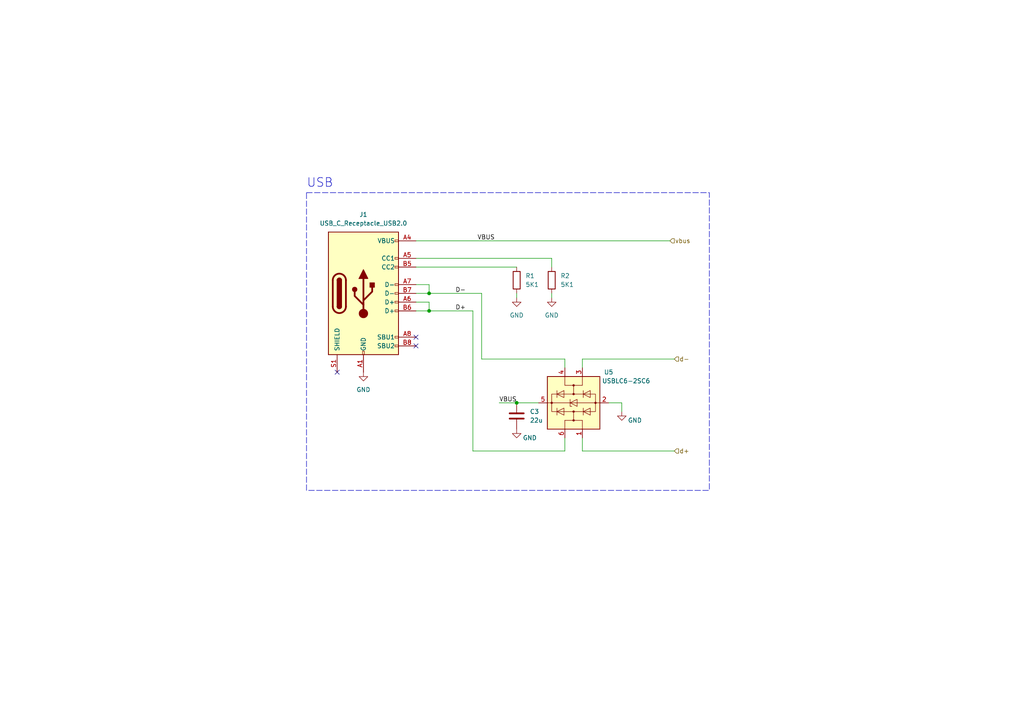
<source format=kicad_sch>
(kicad_sch (version 20230121) (generator eeschema)
  (paper "A4")
  (lib_symbols
    (symbol "Connector:USB_C_Receptacle_USB2.0" (pin_names (offset 1.016))
      (property "Reference" "J" (at -10.16 19.05 0))
      (property "Value" "USB_C_Receptacle_USB2.0" (at 19.05 19.05 0))
      (symbol "USB_C_Receptacle_USB2.0_0_0"
        (rectangle (start -0.254 -17.78) (end 0.254 -16.764))
        (rectangle (start 10.16 -14.986) (end 9.144 -15.494))
        (rectangle (start 10.16 -12.446) (end 9.144 -12.954))
        (rectangle (start 10.16 -4.826) (end 9.144 -5.334))
        (rectangle (start 10.16 -2.286) (end 9.144 -2.794))
        (rectangle (start 10.16 0.254) (end 9.144 -0.254))
        (rectangle (start 10.16 2.794) (end 9.144 2.286))
        (rectangle (start 10.16 7.874) (end 9.144 7.366))
        (rectangle (start 10.16 10.414) (end 9.144 9.906))
        (rectangle (start 10.16 15.494) (end 9.144 14.986))
      )
      (symbol "USB_C_Receptacle_USB2.0_0_1"
        (rectangle (start -10.16 17.78) (end 10.16 -17.78) (stroke (width 0.254)) (fill (type background)))
        (arc (start -8.89 -3.81) (mid -6.985 -5.7067) (end -5.08 -3.81) (stroke (width 0.508)))
        (arc (start -7.62 -3.81) (mid -6.985 -4.4423) (end -6.35 -3.81) (stroke (width 0.254)))
        (arc (start -7.62 -3.81) (mid -6.985 -4.4423) (end -6.35 -3.81) (stroke (width 0.254)) (fill (type outline)))
        (rectangle (start -7.62 -3.81) (end -6.35 3.81) (stroke (width 0.254)) (fill (type outline)))
        (arc (start -6.35 3.81) (mid -6.985 4.4423) (end -7.62 3.81) (stroke (width 0.254)))
        (arc (start -6.35 3.81) (mid -6.985 4.4423) (end -7.62 3.81) (stroke (width 0.254)) (fill (type outline)))
        (arc (start -5.08 3.81) (mid -6.985 5.7067) (end -8.89 3.81) (stroke (width 0.508)))
        (circle (center -2.54 1.143) (radius 0.635) (stroke (width 0.254)) (fill (type outline)))
        (circle (center 0 -5.842) (radius 1.27) (fill (type outline)))
        (polyline (pts (xy -8.89 -3.81) (xy -8.89 3.81)) (stroke (width 0.508)))
        (polyline (pts (xy -5.08 3.81) (xy -5.08 -3.81)) (stroke (width 0.508)))
        (polyline (pts (xy 0 -5.842) (xy 0 4.318)) (stroke (width 0.508)))
        (polyline (pts (xy 0 -3.302) (xy -2.54 -0.762) (xy -2.54 0.508)) (stroke (width 0.508)))
        (polyline (pts (xy 0 -2.032) (xy 2.54 0.508) (xy 2.54 1.778)) (stroke (width 0.508)))
        (polyline (pts (xy -1.27 4.318) (xy 0 6.858) (xy 1.27 4.318) (xy -1.27 4.318)) (stroke (width 0.254)) (fill (type outline)))
        (rectangle (start 1.905 1.778) (end 3.175 3.048) (stroke (width 0.254)) (fill (type outline)))
      )
      (symbol "USB_C_Receptacle_USB2.0_1_1"
        (pin passive line (at 0 -22.86 90) (length 5.08) (name "GND") (number "A1"))
        (pin passive line (at 0 -22.86 90) (length 5.08) hide (name "GND") (number "A12"))
        (pin passive line (at 15.24 15.24 180) (length 5.08) (name "VBUS") (number "A4"))
        (pin bidirectional line (at 15.24 10.16 180) (length 5.08) (name "CC1") (number "A5"))
        (pin bidirectional line (at 15.24 -2.54 180) (length 5.08) (name "D+") (number "A6"))
        (pin bidirectional line (at 15.24 2.54 180) (length 5.08) (name "D-") (number "A7"))
        (pin bidirectional line (at 15.24 -12.7 180) (length 5.08) (name "SBU1") (number "A8"))
        (pin passive line (at 15.24 15.24 180) (length 5.08) hide (name "VBUS") (number "A9"))
        (pin passive line (at 0 -22.86 90) (length 5.08) hide (name "GND") (number "B1"))
        (pin passive line (at 0 -22.86 90) (length 5.08) hide (name "GND") (number "B12"))
        (pin passive line (at 15.24 15.24 180) (length 5.08) hide (name "VBUS") (number "B4"))
        (pin bidirectional line (at 15.24 7.62 180) (length 5.08) (name "CC2") (number "B5"))
        (pin bidirectional line (at 15.24 -5.08 180) (length 5.08) (name "D+") (number "B6"))
        (pin bidirectional line (at 15.24 0 180) (length 5.08) (name "D-") (number "B7"))
        (pin bidirectional line (at 15.24 -15.24 180) (length 5.08) (name "SBU2") (number "B8"))
        (pin passive line (at 15.24 15.24 180) (length 5.08) hide (name "VBUS") (number "B9"))
        (pin passive line (at -7.62 -22.86 90) (length 5.08) (name "SHIELD") (number "S1"))
      )
    )
    (symbol "Device:C" (pin_numbers hide) (pin_names (offset 0.254))
      (property "Reference" "C" (at 0.635 2.54 0))
      (property "Value" "C" (at 0.635 -2.54 0))
      (symbol "C_0_1"
        (polyline (pts (xy -2.032 -0.762) (xy 2.032 -0.762)) (stroke (width 0.508)))
        (polyline (pts (xy -2.032 0.762) (xy 2.032 0.762)) (stroke (width 0.508)))
      )
      (symbol "C_1_1"
        (pin passive line (at 0 3.81 270) (length 2.794) (name "~") (number "1"))
        (pin passive line (at 0 -3.81 90) (length 2.794) (name "~") (number "2"))
      )
    )
    (symbol "Device:R" (pin_numbers hide) (pin_names (offset 0))
      (property "Reference" "R" (at 2.032 0 90))
      (property "Value" "R" (at 0 0 90))
      (symbol "R_0_1"
        (rectangle (start -1.016 -2.54) (end 1.016 2.54) (stroke (width 0.254)))
      )
      (symbol "R_1_1"
        (pin passive line (at 0 3.81 270) (length 1.27) (name "~") (number "1"))
        (pin passive line (at 0 -3.81 90) (length 1.27) (name "~") (number "2"))
      )
    )
    (symbol "Power_Protection:USBLC6-2SC6" (pin_names hide)
      (property "Reference" "U" (at 2.54 8.89 0))
      (property "Value" "USBLC6-2SC6" (at 2.54 -8.89 0))
      (symbol "USBLC6-2SC6_0_1"
        (rectangle (start -7.62 -7.62) (end 7.62 7.62) (stroke (width 0.254)) (fill (type background)))
        (circle (center -5.08 0) (radius 0.254) (fill (type outline)))
        (circle (center -2.54 0) (radius 0.254) (fill (type outline)))
        (rectangle (start -2.54 6.35) (end 2.54 -6.35))
        (circle (center 0 -6.35) (radius 0.254) (fill (type outline)))
        (polyline (pts (xy -5.08 -2.54) (xy -7.62 -2.54)))
        (polyline (pts (xy -5.08 0) (xy -5.08 -2.54)))
        (polyline (pts (xy -5.08 2.54) (xy -7.62 2.54)))
        (polyline (pts (xy -1.524 -2.794) (xy -3.556 -2.794)))
        (polyline (pts (xy -1.524 4.826) (xy -3.556 4.826)))
        (polyline (pts (xy 0 -7.62) (xy 0 -6.35)))
        (polyline (pts (xy 0 -6.35) (xy 0 1.27)))
        (polyline (pts (xy 0 1.27) (xy 0 6.35)))
        (polyline (pts (xy 0 6.35) (xy 0 7.62)))
        (polyline (pts (xy 1.524 -2.794) (xy 3.556 -2.794)))
        (polyline (pts (xy 1.524 4.826) (xy 3.556 4.826)))
        (polyline (pts (xy 5.08 -2.54) (xy 7.62 -2.54)))
        (polyline (pts (xy 5.08 0) (xy 5.08 -2.54)))
        (polyline (pts (xy 5.08 2.54) (xy 7.62 2.54)))
        (polyline (pts (xy -2.54 0) (xy -5.08 0) (xy -5.08 2.54)))
        (polyline (pts (xy 2.54 0) (xy 5.08 0) (xy 5.08 2.54)))
        (polyline (pts (xy -3.556 -4.826) (xy -1.524 -4.826) (xy -2.54 -2.794) (xy -3.556 -4.826)))
        (polyline (pts (xy -3.556 2.794) (xy -1.524 2.794) (xy -2.54 4.826) (xy -3.556 2.794)))
        (polyline (pts (xy -1.016 -1.016) (xy 1.016 -1.016) (xy 0 1.016) (xy -1.016 -1.016)))
        (polyline (pts (xy 1.016 1.016) (xy 0.762 1.016) (xy -1.016 1.016) (xy -1.016 0.508)))
        (polyline (pts (xy 3.556 -4.826) (xy 1.524 -4.826) (xy 2.54 -2.794) (xy 3.556 -4.826)))
        (polyline (pts (xy 3.556 2.794) (xy 1.524 2.794) (xy 2.54 4.826) (xy 3.556 2.794)))
        (circle (center 0 6.35) (radius 0.254) (fill (type outline)))
        (circle (center 2.54 0) (radius 0.254) (fill (type outline)))
        (circle (center 5.08 0) (radius 0.254) (fill (type outline)))
      )
      (symbol "USBLC6-2SC6_1_1"
        (pin passive line (at -10.16 -2.54 0) (length 2.54) (name "I/O1") (number "1"))
        (pin passive line (at 0 -10.16 90) (length 2.54) (name "GND") (number "2"))
        (pin passive line (at 10.16 -2.54 180) (length 2.54) (name "I/O2") (number "3"))
        (pin passive line (at 10.16 2.54 180) (length 2.54) (name "I/O2") (number "4"))
        (pin passive line (at 0 10.16 270) (length 2.54) (name "VBUS") (number "5"))
        (pin passive line (at -10.16 2.54 0) (length 2.54) (name "I/O1") (number "6"))
      )
    )
    (symbol "power:GND" (power) (pin_names (offset 0))
      (property "Value" "GND" (at 0 -3.81 0))
      (symbol "GND_0_1"
        (polyline (pts (xy 0 0) (xy 0 -1.27) (xy 1.27 -1.27) (xy 0 -2.54) (xy -1.27 -1.27) (xy 0 -1.27)))
      )
      (symbol "GND_1_1"
        (pin power_in line (at 0 0 270) (length 0) hide (name "GND") (number "1"))
      )
    )
  )
  (junction (at 149.86 116.84))
  (junction (at 124.46 85.09))
  (junction (at 124.46 90.17))
  (no_connect (at 120.65 97.79))
  (no_connect (at 97.79 107.95))
  (no_connect (at 120.65 100.33))
  (wire (pts (xy 120.65 82.55) (xy 124.46 82.55)))
  (wire (pts (xy 163.83 130.81) (xy 163.83 127)))
  (wire (pts (xy 124.46 82.55) (xy 124.46 85.09)))
  (wire (pts (xy 149.86 86.36) (xy 149.86 85.09)))
  (wire (pts (xy 120.65 85.09) (xy 124.46 85.09)))
  (wire (pts (xy 149.86 116.84) (xy 156.21 116.84)))
  (wire (pts (xy 124.46 87.63) (xy 124.46 90.17)))
  (wire (pts (xy 163.83 104.14) (xy 163.83 106.68)))
  (wire (pts (xy 139.7 85.09) (xy 139.7 104.14)))
  (wire (pts (xy 137.16 130.81) (xy 163.83 130.81)))
  (wire (pts (xy 168.91 127) (xy 168.91 130.81)))
  (wire (pts (xy 120.65 77.47) (xy 149.86 77.47)))
  (wire (pts (xy 168.91 104.14) (xy 195.58 104.14)))
  (wire (pts (xy 120.65 74.93) (xy 160.02 74.93)))
  (wire (pts (xy 160.02 86.36) (xy 160.02 85.09)))
  (wire (pts (xy 139.7 104.14) (xy 163.83 104.14)))
  (wire (pts (xy 144.78 116.84) (xy 149.86 116.84)))
  (wire (pts (xy 137.16 90.17) (xy 137.16 130.81)))
  (wire (pts (xy 120.65 87.63) (xy 124.46 87.63)))
  (wire (pts (xy 120.65 90.17) (xy 124.46 90.17)))
  (wire (pts (xy 168.91 106.68) (xy 168.91 104.14)))
  (wire (pts (xy 124.46 85.09) (xy 139.7 85.09)))
  (wire (pts (xy 176.53 116.84) (xy 180.34 116.84)))
  (wire (pts (xy 168.91 130.81) (xy 195.58 130.81)))
  (wire (pts (xy 120.65 69.85) (xy 194.31 69.85)))
  (wire (pts (xy 124.46 90.17) (xy 137.16 90.17)))
  (wire (pts (xy 180.34 116.84) (xy 180.34 119.38)))
  (wire (pts (xy 160.02 77.47) (xy 160.02 74.93)))
  (rectangle (start 88.9 55.88) (end 205.74 142.24) (stroke (width 0) (type dash)))
  (text "USB" (at 88.9 54.61 0) (effects (font (size 2.54 2.54)) (justify left bottom)))
  (label "D+" (at 132.08 90.17 0))
  (label "VBUS" (at 138.43 69.85 0))
  (label "D-" (at 132.08 85.09 0))
  (label "VBUS" (at 144.78 116.84 0))
  (hierarchical_label "vbus" (shape input) (at 194.31 69.85 0))
  (hierarchical_label "d-" (shape input) (at 195.58 104.14 0))
  (hierarchical_label "d+" (shape input) (at 195.58 130.81 0))
  (symbol (lib_id "Device:C") (at 149.86 120.65 0) (unit 1)
    (property "Reference" "C3" (at 153.67 119.38 0) (effects (justify left)))
    (property "Value" "22u" (at 153.67 121.92 0) (effects (justify left)))
    (property "Footprint" "Capacitor_SMD:C_0805_2012Metric" (effects hide))
    (instances (project "guitar-pedal" (path "" (reference "C3") (unit 1)) (path "" (reference "C17") (unit 1))))
  )
  (symbol (lib_id "power:GND") (at 180.34 119.38 0) (unit 1)
    (property "Reference" "#PWR02" (effects hide))
    (property "Value" "GND" (at 184.15 121.92 0))
    (instances (project "guitar-pedal" (path "" (reference "#PWR02") (unit 1)) (path "" (reference "#PWR024") (unit 1))))
  )
  (symbol (lib_id "power:GND") (at 105.41 107.95 0) (unit 1)
    (property "Reference" "#PWR01" (effects hide))
    (property "Value" "GND" (at 105.41 113.03 0))
  )
  (symbol (lib_id "Connector:USB_C_Receptacle_USB2.0") (at 105.41 85.09 0) (unit 1)
    (property "Reference" "J1" (at 105.41 62.23 0))
    (property "Value" "USB_C_Receptacle_USB2.0" (at 105.41 64.77 0))
    (property "Datasheet" "https://www.usb.org/sites/default/files/documents/usb_type-c.zip" (effects hide))
  )
  (symbol (lib_id "power:GND") (at 149.86 86.36 0) (unit 1)
    (property "Reference" "#PWR02" (effects hide))
    (property "Value" "GND" (at 149.86 91.44 0))
  )
  (symbol (lib_id "power:GND") (at 149.86 124.46 0) (unit 1)
    (property "Reference" "#PWR02" (effects hide))
    (property "Value" "GND" (at 153.67 127 0))
    (instances (project "guitar-pedal" (path "" (reference "#PWR02") (unit 1)) (path "" (reference "#PWR023") (unit 1))))
  )
  (symbol (lib_id "power:GND") (at 160.02 86.36 0) (unit 1)
    (property "Reference" "#PWR03" (effects hide))
    (property "Value" "GND" (at 160.02 91.44 0))
  )
  (symbol (lib_id "Device:R") (at 160.02 81.28 180) (unit 1)
    (property "Reference" "R2" (at 162.56 80.01 0) (effects (justify right)))
    (property "Value" "5K1" (at 162.56 82.55 0) (effects (justify right)))
    (property "Footprint" "Resistor_SMD:R_0805_2012Metric" (effects hide))
  )
  (symbol (lib_id "Power_Protection:USBLC6-2SC6") (at 166.37 116.84 90) (unit 1)
    (property "Reference" "U5" (at 176.53 107.95 90))
    (property "Value" "USBLC6-2SC6" (at 181.61 110.49 90))
    (property "Footprint" "Package_TO_SOT_SMD:SOT-23-6" (effects hide))
    (property "Datasheet" "https://www.st.com/resource/en/datasheet/usblc6-2.pdf" (effects hide))
  )
  (symbol (lib_id "Device:R") (at 149.86 81.28 180) (unit 1)
    (property "Reference" "R1" (at 152.4 80.01 0) (effects (justify right)))
    (property "Value" "5K1" (at 152.4 82.55 0) (effects (justify right)))
    (property "Footprint" "Resistor_SMD:R_0805_2012Metric" (effects hide))
  )
)
</source>
